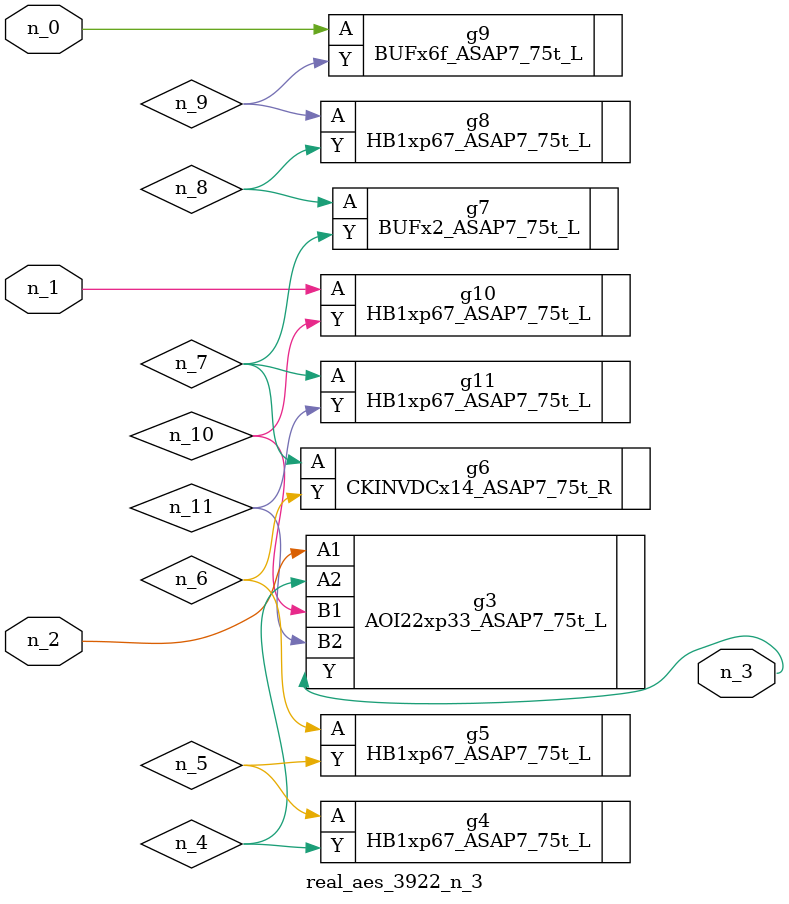
<source format=v>
module real_aes_3922_n_3 (n_0, n_2, n_1, n_3);
input n_0;
input n_2;
input n_1;
output n_3;
wire n_4;
wire n_5;
wire n_7;
wire n_8;
wire n_6;
wire n_9;
wire n_10;
wire n_11;
BUFx6f_ASAP7_75t_L g9 ( .A(n_0), .Y(n_9) );
HB1xp67_ASAP7_75t_L g10 ( .A(n_1), .Y(n_10) );
AOI22xp33_ASAP7_75t_L g3 ( .A1(n_2), .A2(n_4), .B1(n_10), .B2(n_11), .Y(n_3) );
HB1xp67_ASAP7_75t_L g4 ( .A(n_5), .Y(n_4) );
HB1xp67_ASAP7_75t_L g5 ( .A(n_6), .Y(n_5) );
CKINVDCx14_ASAP7_75t_R g6 ( .A(n_7), .Y(n_6) );
HB1xp67_ASAP7_75t_L g11 ( .A(n_7), .Y(n_11) );
BUFx2_ASAP7_75t_L g7 ( .A(n_8), .Y(n_7) );
HB1xp67_ASAP7_75t_L g8 ( .A(n_9), .Y(n_8) );
endmodule
</source>
